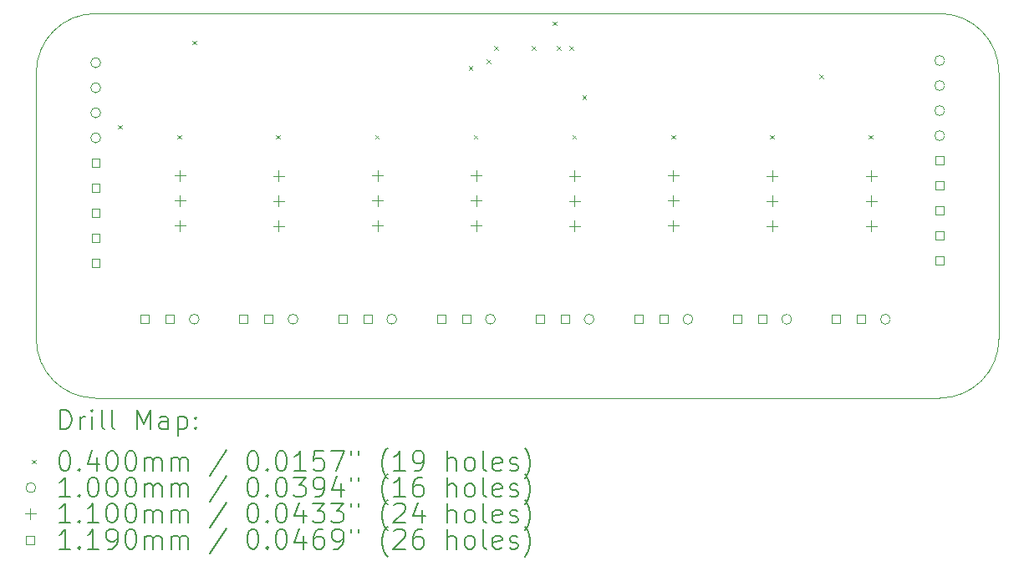
<source format=gbr>
%TF.GenerationSoftware,KiCad,Pcbnew,7.0.1*%
%TF.CreationDate,2023-08-26T14:00:44-05:00*%
%TF.ProjectId,Shift Register Mosfet Array V2,53686966-7420-4526-9567-697374657220,rev?*%
%TF.SameCoordinates,Original*%
%TF.FileFunction,Drillmap*%
%TF.FilePolarity,Positive*%
%FSLAX45Y45*%
G04 Gerber Fmt 4.5, Leading zero omitted, Abs format (unit mm)*
G04 Created by KiCad (PCBNEW 7.0.1) date 2023-08-26 14:00:44*
%MOMM*%
%LPD*%
G01*
G04 APERTURE LIST*
%ADD10C,0.100000*%
%ADD11C,0.200000*%
%ADD12C,0.040000*%
%ADD13C,0.110000*%
%ADD14C,0.119000*%
G04 APERTURE END LIST*
D10*
X15400000Y-12300000D02*
G75*
G03*
X16000000Y-11700000I0J600000D01*
G01*
X6850000Y-8400000D02*
G75*
G03*
X6250000Y-9000000I0J-600000D01*
G01*
X6250000Y-9000000D02*
X6250000Y-11700000D01*
X15400000Y-8400000D02*
X6850000Y-8400000D01*
X6850000Y-12300000D02*
X15400000Y-12300000D01*
X6250000Y-11700000D02*
G75*
G03*
X6850000Y-12300000I600000J0D01*
G01*
X16000000Y-9000000D02*
G75*
G03*
X15400000Y-8400000I-600000J0D01*
G01*
X16000000Y-11700000D02*
X16000000Y-9000000D01*
D11*
D12*
X7080000Y-9530000D02*
X7120000Y-9570000D01*
X7120000Y-9530000D02*
X7080000Y-9570000D01*
X7680000Y-9630000D02*
X7720000Y-9670000D01*
X7720000Y-9630000D02*
X7680000Y-9670000D01*
X7830000Y-8674050D02*
X7870000Y-8714050D01*
X7870000Y-8674050D02*
X7830000Y-8714050D01*
X8680000Y-9630000D02*
X8720000Y-9670000D01*
X8720000Y-9630000D02*
X8680000Y-9670000D01*
X9680000Y-9630000D02*
X9720000Y-9670000D01*
X9720000Y-9630000D02*
X9680000Y-9670000D01*
X10630000Y-8930000D02*
X10670000Y-8970000D01*
X10670000Y-8930000D02*
X10630000Y-8970000D01*
X10680000Y-9630000D02*
X10720000Y-9670000D01*
X10720000Y-9630000D02*
X10680000Y-9670000D01*
X10813858Y-8863858D02*
X10853858Y-8903858D01*
X10853858Y-8863858D02*
X10813858Y-8903858D01*
X10885500Y-8730000D02*
X10925500Y-8770000D01*
X10925500Y-8730000D02*
X10885500Y-8770000D01*
X11266500Y-8730000D02*
X11306500Y-8770000D01*
X11306500Y-8730000D02*
X11266500Y-8770000D01*
X11480000Y-8480000D02*
X11520000Y-8520000D01*
X11520000Y-8480000D02*
X11480000Y-8520000D01*
X11520500Y-8730000D02*
X11560500Y-8770000D01*
X11560500Y-8730000D02*
X11520500Y-8770000D01*
X11647500Y-8730000D02*
X11687500Y-8770000D01*
X11687500Y-8730000D02*
X11647500Y-8770000D01*
X11680000Y-9630000D02*
X11720000Y-9670000D01*
X11720000Y-9630000D02*
X11680000Y-9670000D01*
X11780000Y-9230000D02*
X11820000Y-9270000D01*
X11820000Y-9230000D02*
X11780000Y-9270000D01*
X12680000Y-9630000D02*
X12720000Y-9670000D01*
X12720000Y-9630000D02*
X12680000Y-9670000D01*
X13680000Y-9630000D02*
X13720000Y-9670000D01*
X13720000Y-9630000D02*
X13680000Y-9670000D01*
X14180000Y-9017550D02*
X14220000Y-9057550D01*
X14220000Y-9017550D02*
X14180000Y-9057550D01*
X14680000Y-9630000D02*
X14720000Y-9670000D01*
X14720000Y-9630000D02*
X14680000Y-9670000D01*
D10*
X6902000Y-8899000D02*
G75*
G03*
X6902000Y-8899000I-50000J0D01*
G01*
X6902000Y-9153000D02*
G75*
G03*
X6902000Y-9153000I-50000J0D01*
G01*
X6902000Y-9407000D02*
G75*
G03*
X6902000Y-9407000I-50000J0D01*
G01*
X6902000Y-9661000D02*
G75*
G03*
X6902000Y-9661000I-50000J0D01*
G01*
X7900000Y-11500000D02*
G75*
G03*
X7900000Y-11500000I-50000J0D01*
G01*
X8900000Y-11500000D02*
G75*
G03*
X8900000Y-11500000I-50000J0D01*
G01*
X9900000Y-11500000D02*
G75*
G03*
X9900000Y-11500000I-50000J0D01*
G01*
X10900000Y-11500000D02*
G75*
G03*
X10900000Y-11500000I-50000J0D01*
G01*
X11900000Y-11500000D02*
G75*
G03*
X11900000Y-11500000I-50000J0D01*
G01*
X12900000Y-11500000D02*
G75*
G03*
X12900000Y-11500000I-50000J0D01*
G01*
X13900000Y-11500000D02*
G75*
G03*
X13900000Y-11500000I-50000J0D01*
G01*
X14900000Y-11500000D02*
G75*
G03*
X14900000Y-11500000I-50000J0D01*
G01*
X15450000Y-8876000D02*
G75*
G03*
X15450000Y-8876000I-50000J0D01*
G01*
X15450000Y-9130000D02*
G75*
G03*
X15450000Y-9130000I-50000J0D01*
G01*
X15450000Y-9384000D02*
G75*
G03*
X15450000Y-9384000I-50000J0D01*
G01*
X15450000Y-9638000D02*
G75*
G03*
X15450000Y-9638000I-50000J0D01*
G01*
D13*
X7705500Y-9987000D02*
X7705500Y-10097000D01*
X7650500Y-10042000D02*
X7760500Y-10042000D01*
X7705500Y-10241000D02*
X7705500Y-10351000D01*
X7650500Y-10296000D02*
X7760500Y-10296000D01*
X7705500Y-10495000D02*
X7705500Y-10605000D01*
X7650500Y-10550000D02*
X7760500Y-10550000D01*
X8705500Y-9991000D02*
X8705500Y-10101000D01*
X8650500Y-10046000D02*
X8760500Y-10046000D01*
X8705500Y-10245000D02*
X8705500Y-10355000D01*
X8650500Y-10300000D02*
X8760500Y-10300000D01*
X8705500Y-10499000D02*
X8705500Y-10609000D01*
X8650500Y-10554000D02*
X8760500Y-10554000D01*
X9705500Y-9987000D02*
X9705500Y-10097000D01*
X9650500Y-10042000D02*
X9760500Y-10042000D01*
X9705500Y-10241000D02*
X9705500Y-10351000D01*
X9650500Y-10296000D02*
X9760500Y-10296000D01*
X9705500Y-10495000D02*
X9705500Y-10605000D01*
X9650500Y-10550000D02*
X9760500Y-10550000D01*
X10705500Y-9987000D02*
X10705500Y-10097000D01*
X10650500Y-10042000D02*
X10760500Y-10042000D01*
X10705500Y-10241000D02*
X10705500Y-10351000D01*
X10650500Y-10296000D02*
X10760500Y-10296000D01*
X10705500Y-10495000D02*
X10705500Y-10605000D01*
X10650500Y-10550000D02*
X10760500Y-10550000D01*
X11700000Y-9991000D02*
X11700000Y-10101000D01*
X11645000Y-10046000D02*
X11755000Y-10046000D01*
X11700000Y-10245000D02*
X11700000Y-10355000D01*
X11645000Y-10300000D02*
X11755000Y-10300000D01*
X11700000Y-10499000D02*
X11700000Y-10609000D01*
X11645000Y-10554000D02*
X11755000Y-10554000D01*
X12700000Y-9987000D02*
X12700000Y-10097000D01*
X12645000Y-10042000D02*
X12755000Y-10042000D01*
X12700000Y-10241000D02*
X12700000Y-10351000D01*
X12645000Y-10296000D02*
X12755000Y-10296000D01*
X12700000Y-10495000D02*
X12700000Y-10605000D01*
X12645000Y-10550000D02*
X12755000Y-10550000D01*
X13705500Y-9991000D02*
X13705500Y-10101000D01*
X13650500Y-10046000D02*
X13760500Y-10046000D01*
X13705500Y-10245000D02*
X13705500Y-10355000D01*
X13650500Y-10300000D02*
X13760500Y-10300000D01*
X13705500Y-10499000D02*
X13705500Y-10609000D01*
X13650500Y-10554000D02*
X13760500Y-10554000D01*
X14705500Y-9991000D02*
X14705500Y-10101000D01*
X14650500Y-10046000D02*
X14760500Y-10046000D01*
X14705500Y-10245000D02*
X14705500Y-10355000D01*
X14650500Y-10300000D02*
X14760500Y-10300000D01*
X14705500Y-10499000D02*
X14705500Y-10609000D01*
X14650500Y-10554000D02*
X14760500Y-10554000D01*
D14*
X6894073Y-9957073D02*
X6894073Y-9872927D01*
X6809927Y-9872927D01*
X6809927Y-9957073D01*
X6894073Y-9957073D01*
X6894073Y-10211073D02*
X6894073Y-10126927D01*
X6809927Y-10126927D01*
X6809927Y-10211073D01*
X6894073Y-10211073D01*
X6894073Y-10465073D02*
X6894073Y-10380927D01*
X6809927Y-10380927D01*
X6809927Y-10465073D01*
X6894073Y-10465073D01*
X6894073Y-10719073D02*
X6894073Y-10634927D01*
X6809927Y-10634927D01*
X6809927Y-10719073D01*
X6894073Y-10719073D01*
X6894073Y-10973073D02*
X6894073Y-10888927D01*
X6809927Y-10888927D01*
X6809927Y-10973073D01*
X6894073Y-10973073D01*
X7392073Y-11542073D02*
X7392073Y-11457927D01*
X7307927Y-11457927D01*
X7307927Y-11542073D01*
X7392073Y-11542073D01*
X7646073Y-11542073D02*
X7646073Y-11457927D01*
X7561927Y-11457927D01*
X7561927Y-11542073D01*
X7646073Y-11542073D01*
X8392073Y-11542073D02*
X8392073Y-11457927D01*
X8307927Y-11457927D01*
X8307927Y-11542073D01*
X8392073Y-11542073D01*
X8646073Y-11542073D02*
X8646073Y-11457927D01*
X8561927Y-11457927D01*
X8561927Y-11542073D01*
X8646073Y-11542073D01*
X9392073Y-11542073D02*
X9392073Y-11457927D01*
X9307927Y-11457927D01*
X9307927Y-11542073D01*
X9392073Y-11542073D01*
X9646073Y-11542073D02*
X9646073Y-11457927D01*
X9561927Y-11457927D01*
X9561927Y-11542073D01*
X9646073Y-11542073D01*
X10392073Y-11542073D02*
X10392073Y-11457927D01*
X10307927Y-11457927D01*
X10307927Y-11542073D01*
X10392073Y-11542073D01*
X10646073Y-11542073D02*
X10646073Y-11457927D01*
X10561927Y-11457927D01*
X10561927Y-11542073D01*
X10646073Y-11542073D01*
X11392073Y-11542073D02*
X11392073Y-11457927D01*
X11307927Y-11457927D01*
X11307927Y-11542073D01*
X11392073Y-11542073D01*
X11646073Y-11542073D02*
X11646073Y-11457927D01*
X11561927Y-11457927D01*
X11561927Y-11542073D01*
X11646073Y-11542073D01*
X12392073Y-11542073D02*
X12392073Y-11457927D01*
X12307927Y-11457927D01*
X12307927Y-11542073D01*
X12392073Y-11542073D01*
X12646073Y-11542073D02*
X12646073Y-11457927D01*
X12561927Y-11457927D01*
X12561927Y-11542073D01*
X12646073Y-11542073D01*
X13392073Y-11542073D02*
X13392073Y-11457927D01*
X13307927Y-11457927D01*
X13307927Y-11542073D01*
X13392073Y-11542073D01*
X13646073Y-11542073D02*
X13646073Y-11457927D01*
X13561927Y-11457927D01*
X13561927Y-11542073D01*
X13646073Y-11542073D01*
X14392073Y-11542073D02*
X14392073Y-11457927D01*
X14307927Y-11457927D01*
X14307927Y-11542073D01*
X14392073Y-11542073D01*
X14646073Y-11542073D02*
X14646073Y-11457927D01*
X14561927Y-11457927D01*
X14561927Y-11542073D01*
X14646073Y-11542073D01*
X15442073Y-9934073D02*
X15442073Y-9849927D01*
X15357927Y-9849927D01*
X15357927Y-9934073D01*
X15442073Y-9934073D01*
X15442073Y-10188073D02*
X15442073Y-10103927D01*
X15357927Y-10103927D01*
X15357927Y-10188073D01*
X15442073Y-10188073D01*
X15442073Y-10442073D02*
X15442073Y-10357927D01*
X15357927Y-10357927D01*
X15357927Y-10442073D01*
X15442073Y-10442073D01*
X15442073Y-10696073D02*
X15442073Y-10611927D01*
X15357927Y-10611927D01*
X15357927Y-10696073D01*
X15442073Y-10696073D01*
X15442073Y-10950073D02*
X15442073Y-10865927D01*
X15357927Y-10865927D01*
X15357927Y-10950073D01*
X15442073Y-10950073D01*
D11*
X6492619Y-12617524D02*
X6492619Y-12417524D01*
X6492619Y-12417524D02*
X6540238Y-12417524D01*
X6540238Y-12417524D02*
X6568809Y-12427048D01*
X6568809Y-12427048D02*
X6587857Y-12446095D01*
X6587857Y-12446095D02*
X6597381Y-12465143D01*
X6597381Y-12465143D02*
X6606905Y-12503238D01*
X6606905Y-12503238D02*
X6606905Y-12531809D01*
X6606905Y-12531809D02*
X6597381Y-12569905D01*
X6597381Y-12569905D02*
X6587857Y-12588952D01*
X6587857Y-12588952D02*
X6568809Y-12608000D01*
X6568809Y-12608000D02*
X6540238Y-12617524D01*
X6540238Y-12617524D02*
X6492619Y-12617524D01*
X6692619Y-12617524D02*
X6692619Y-12484190D01*
X6692619Y-12522286D02*
X6702143Y-12503238D01*
X6702143Y-12503238D02*
X6711667Y-12493714D01*
X6711667Y-12493714D02*
X6730714Y-12484190D01*
X6730714Y-12484190D02*
X6749762Y-12484190D01*
X6816428Y-12617524D02*
X6816428Y-12484190D01*
X6816428Y-12417524D02*
X6806905Y-12427048D01*
X6806905Y-12427048D02*
X6816428Y-12436571D01*
X6816428Y-12436571D02*
X6825952Y-12427048D01*
X6825952Y-12427048D02*
X6816428Y-12417524D01*
X6816428Y-12417524D02*
X6816428Y-12436571D01*
X6940238Y-12617524D02*
X6921190Y-12608000D01*
X6921190Y-12608000D02*
X6911667Y-12588952D01*
X6911667Y-12588952D02*
X6911667Y-12417524D01*
X7045000Y-12617524D02*
X7025952Y-12608000D01*
X7025952Y-12608000D02*
X7016428Y-12588952D01*
X7016428Y-12588952D02*
X7016428Y-12417524D01*
X7273571Y-12617524D02*
X7273571Y-12417524D01*
X7273571Y-12417524D02*
X7340238Y-12560381D01*
X7340238Y-12560381D02*
X7406905Y-12417524D01*
X7406905Y-12417524D02*
X7406905Y-12617524D01*
X7587857Y-12617524D02*
X7587857Y-12512762D01*
X7587857Y-12512762D02*
X7578333Y-12493714D01*
X7578333Y-12493714D02*
X7559286Y-12484190D01*
X7559286Y-12484190D02*
X7521190Y-12484190D01*
X7521190Y-12484190D02*
X7502143Y-12493714D01*
X7587857Y-12608000D02*
X7568809Y-12617524D01*
X7568809Y-12617524D02*
X7521190Y-12617524D01*
X7521190Y-12617524D02*
X7502143Y-12608000D01*
X7502143Y-12608000D02*
X7492619Y-12588952D01*
X7492619Y-12588952D02*
X7492619Y-12569905D01*
X7492619Y-12569905D02*
X7502143Y-12550857D01*
X7502143Y-12550857D02*
X7521190Y-12541333D01*
X7521190Y-12541333D02*
X7568809Y-12541333D01*
X7568809Y-12541333D02*
X7587857Y-12531809D01*
X7683095Y-12484190D02*
X7683095Y-12684190D01*
X7683095Y-12493714D02*
X7702143Y-12484190D01*
X7702143Y-12484190D02*
X7740238Y-12484190D01*
X7740238Y-12484190D02*
X7759286Y-12493714D01*
X7759286Y-12493714D02*
X7768809Y-12503238D01*
X7768809Y-12503238D02*
X7778333Y-12522286D01*
X7778333Y-12522286D02*
X7778333Y-12579428D01*
X7778333Y-12579428D02*
X7768809Y-12598476D01*
X7768809Y-12598476D02*
X7759286Y-12608000D01*
X7759286Y-12608000D02*
X7740238Y-12617524D01*
X7740238Y-12617524D02*
X7702143Y-12617524D01*
X7702143Y-12617524D02*
X7683095Y-12608000D01*
X7864048Y-12598476D02*
X7873571Y-12608000D01*
X7873571Y-12608000D02*
X7864048Y-12617524D01*
X7864048Y-12617524D02*
X7854524Y-12608000D01*
X7854524Y-12608000D02*
X7864048Y-12598476D01*
X7864048Y-12598476D02*
X7864048Y-12617524D01*
X7864048Y-12493714D02*
X7873571Y-12503238D01*
X7873571Y-12503238D02*
X7864048Y-12512762D01*
X7864048Y-12512762D02*
X7854524Y-12503238D01*
X7854524Y-12503238D02*
X7864048Y-12493714D01*
X7864048Y-12493714D02*
X7864048Y-12512762D01*
D12*
X6205000Y-12925000D02*
X6245000Y-12965000D01*
X6245000Y-12925000D02*
X6205000Y-12965000D01*
D11*
X6530714Y-12837524D02*
X6549762Y-12837524D01*
X6549762Y-12837524D02*
X6568809Y-12847048D01*
X6568809Y-12847048D02*
X6578333Y-12856571D01*
X6578333Y-12856571D02*
X6587857Y-12875619D01*
X6587857Y-12875619D02*
X6597381Y-12913714D01*
X6597381Y-12913714D02*
X6597381Y-12961333D01*
X6597381Y-12961333D02*
X6587857Y-12999428D01*
X6587857Y-12999428D02*
X6578333Y-13018476D01*
X6578333Y-13018476D02*
X6568809Y-13028000D01*
X6568809Y-13028000D02*
X6549762Y-13037524D01*
X6549762Y-13037524D02*
X6530714Y-13037524D01*
X6530714Y-13037524D02*
X6511667Y-13028000D01*
X6511667Y-13028000D02*
X6502143Y-13018476D01*
X6502143Y-13018476D02*
X6492619Y-12999428D01*
X6492619Y-12999428D02*
X6483095Y-12961333D01*
X6483095Y-12961333D02*
X6483095Y-12913714D01*
X6483095Y-12913714D02*
X6492619Y-12875619D01*
X6492619Y-12875619D02*
X6502143Y-12856571D01*
X6502143Y-12856571D02*
X6511667Y-12847048D01*
X6511667Y-12847048D02*
X6530714Y-12837524D01*
X6683095Y-13018476D02*
X6692619Y-13028000D01*
X6692619Y-13028000D02*
X6683095Y-13037524D01*
X6683095Y-13037524D02*
X6673571Y-13028000D01*
X6673571Y-13028000D02*
X6683095Y-13018476D01*
X6683095Y-13018476D02*
X6683095Y-13037524D01*
X6864048Y-12904190D02*
X6864048Y-13037524D01*
X6816428Y-12828000D02*
X6768809Y-12970857D01*
X6768809Y-12970857D02*
X6892619Y-12970857D01*
X7006905Y-12837524D02*
X7025952Y-12837524D01*
X7025952Y-12837524D02*
X7045000Y-12847048D01*
X7045000Y-12847048D02*
X7054524Y-12856571D01*
X7054524Y-12856571D02*
X7064048Y-12875619D01*
X7064048Y-12875619D02*
X7073571Y-12913714D01*
X7073571Y-12913714D02*
X7073571Y-12961333D01*
X7073571Y-12961333D02*
X7064048Y-12999428D01*
X7064048Y-12999428D02*
X7054524Y-13018476D01*
X7054524Y-13018476D02*
X7045000Y-13028000D01*
X7045000Y-13028000D02*
X7025952Y-13037524D01*
X7025952Y-13037524D02*
X7006905Y-13037524D01*
X7006905Y-13037524D02*
X6987857Y-13028000D01*
X6987857Y-13028000D02*
X6978333Y-13018476D01*
X6978333Y-13018476D02*
X6968809Y-12999428D01*
X6968809Y-12999428D02*
X6959286Y-12961333D01*
X6959286Y-12961333D02*
X6959286Y-12913714D01*
X6959286Y-12913714D02*
X6968809Y-12875619D01*
X6968809Y-12875619D02*
X6978333Y-12856571D01*
X6978333Y-12856571D02*
X6987857Y-12847048D01*
X6987857Y-12847048D02*
X7006905Y-12837524D01*
X7197381Y-12837524D02*
X7216429Y-12837524D01*
X7216429Y-12837524D02*
X7235476Y-12847048D01*
X7235476Y-12847048D02*
X7245000Y-12856571D01*
X7245000Y-12856571D02*
X7254524Y-12875619D01*
X7254524Y-12875619D02*
X7264048Y-12913714D01*
X7264048Y-12913714D02*
X7264048Y-12961333D01*
X7264048Y-12961333D02*
X7254524Y-12999428D01*
X7254524Y-12999428D02*
X7245000Y-13018476D01*
X7245000Y-13018476D02*
X7235476Y-13028000D01*
X7235476Y-13028000D02*
X7216429Y-13037524D01*
X7216429Y-13037524D02*
X7197381Y-13037524D01*
X7197381Y-13037524D02*
X7178333Y-13028000D01*
X7178333Y-13028000D02*
X7168809Y-13018476D01*
X7168809Y-13018476D02*
X7159286Y-12999428D01*
X7159286Y-12999428D02*
X7149762Y-12961333D01*
X7149762Y-12961333D02*
X7149762Y-12913714D01*
X7149762Y-12913714D02*
X7159286Y-12875619D01*
X7159286Y-12875619D02*
X7168809Y-12856571D01*
X7168809Y-12856571D02*
X7178333Y-12847048D01*
X7178333Y-12847048D02*
X7197381Y-12837524D01*
X7349762Y-13037524D02*
X7349762Y-12904190D01*
X7349762Y-12923238D02*
X7359286Y-12913714D01*
X7359286Y-12913714D02*
X7378333Y-12904190D01*
X7378333Y-12904190D02*
X7406905Y-12904190D01*
X7406905Y-12904190D02*
X7425952Y-12913714D01*
X7425952Y-12913714D02*
X7435476Y-12932762D01*
X7435476Y-12932762D02*
X7435476Y-13037524D01*
X7435476Y-12932762D02*
X7445000Y-12913714D01*
X7445000Y-12913714D02*
X7464048Y-12904190D01*
X7464048Y-12904190D02*
X7492619Y-12904190D01*
X7492619Y-12904190D02*
X7511667Y-12913714D01*
X7511667Y-12913714D02*
X7521190Y-12932762D01*
X7521190Y-12932762D02*
X7521190Y-13037524D01*
X7616429Y-13037524D02*
X7616429Y-12904190D01*
X7616429Y-12923238D02*
X7625952Y-12913714D01*
X7625952Y-12913714D02*
X7645000Y-12904190D01*
X7645000Y-12904190D02*
X7673571Y-12904190D01*
X7673571Y-12904190D02*
X7692619Y-12913714D01*
X7692619Y-12913714D02*
X7702143Y-12932762D01*
X7702143Y-12932762D02*
X7702143Y-13037524D01*
X7702143Y-12932762D02*
X7711667Y-12913714D01*
X7711667Y-12913714D02*
X7730714Y-12904190D01*
X7730714Y-12904190D02*
X7759286Y-12904190D01*
X7759286Y-12904190D02*
X7778333Y-12913714D01*
X7778333Y-12913714D02*
X7787857Y-12932762D01*
X7787857Y-12932762D02*
X7787857Y-13037524D01*
X8178333Y-12828000D02*
X8006905Y-13085143D01*
X8435476Y-12837524D02*
X8454524Y-12837524D01*
X8454524Y-12837524D02*
X8473572Y-12847048D01*
X8473572Y-12847048D02*
X8483095Y-12856571D01*
X8483095Y-12856571D02*
X8492619Y-12875619D01*
X8492619Y-12875619D02*
X8502143Y-12913714D01*
X8502143Y-12913714D02*
X8502143Y-12961333D01*
X8502143Y-12961333D02*
X8492619Y-12999428D01*
X8492619Y-12999428D02*
X8483095Y-13018476D01*
X8483095Y-13018476D02*
X8473572Y-13028000D01*
X8473572Y-13028000D02*
X8454524Y-13037524D01*
X8454524Y-13037524D02*
X8435476Y-13037524D01*
X8435476Y-13037524D02*
X8416429Y-13028000D01*
X8416429Y-13028000D02*
X8406905Y-13018476D01*
X8406905Y-13018476D02*
X8397381Y-12999428D01*
X8397381Y-12999428D02*
X8387857Y-12961333D01*
X8387857Y-12961333D02*
X8387857Y-12913714D01*
X8387857Y-12913714D02*
X8397381Y-12875619D01*
X8397381Y-12875619D02*
X8406905Y-12856571D01*
X8406905Y-12856571D02*
X8416429Y-12847048D01*
X8416429Y-12847048D02*
X8435476Y-12837524D01*
X8587857Y-13018476D02*
X8597381Y-13028000D01*
X8597381Y-13028000D02*
X8587857Y-13037524D01*
X8587857Y-13037524D02*
X8578334Y-13028000D01*
X8578334Y-13028000D02*
X8587857Y-13018476D01*
X8587857Y-13018476D02*
X8587857Y-13037524D01*
X8721191Y-12837524D02*
X8740238Y-12837524D01*
X8740238Y-12837524D02*
X8759286Y-12847048D01*
X8759286Y-12847048D02*
X8768810Y-12856571D01*
X8768810Y-12856571D02*
X8778334Y-12875619D01*
X8778334Y-12875619D02*
X8787857Y-12913714D01*
X8787857Y-12913714D02*
X8787857Y-12961333D01*
X8787857Y-12961333D02*
X8778334Y-12999428D01*
X8778334Y-12999428D02*
X8768810Y-13018476D01*
X8768810Y-13018476D02*
X8759286Y-13028000D01*
X8759286Y-13028000D02*
X8740238Y-13037524D01*
X8740238Y-13037524D02*
X8721191Y-13037524D01*
X8721191Y-13037524D02*
X8702143Y-13028000D01*
X8702143Y-13028000D02*
X8692619Y-13018476D01*
X8692619Y-13018476D02*
X8683095Y-12999428D01*
X8683095Y-12999428D02*
X8673572Y-12961333D01*
X8673572Y-12961333D02*
X8673572Y-12913714D01*
X8673572Y-12913714D02*
X8683095Y-12875619D01*
X8683095Y-12875619D02*
X8692619Y-12856571D01*
X8692619Y-12856571D02*
X8702143Y-12847048D01*
X8702143Y-12847048D02*
X8721191Y-12837524D01*
X8978334Y-13037524D02*
X8864048Y-13037524D01*
X8921191Y-13037524D02*
X8921191Y-12837524D01*
X8921191Y-12837524D02*
X8902143Y-12866095D01*
X8902143Y-12866095D02*
X8883095Y-12885143D01*
X8883095Y-12885143D02*
X8864048Y-12894667D01*
X9159286Y-12837524D02*
X9064048Y-12837524D01*
X9064048Y-12837524D02*
X9054524Y-12932762D01*
X9054524Y-12932762D02*
X9064048Y-12923238D01*
X9064048Y-12923238D02*
X9083095Y-12913714D01*
X9083095Y-12913714D02*
X9130715Y-12913714D01*
X9130715Y-12913714D02*
X9149762Y-12923238D01*
X9149762Y-12923238D02*
X9159286Y-12932762D01*
X9159286Y-12932762D02*
X9168810Y-12951809D01*
X9168810Y-12951809D02*
X9168810Y-12999428D01*
X9168810Y-12999428D02*
X9159286Y-13018476D01*
X9159286Y-13018476D02*
X9149762Y-13028000D01*
X9149762Y-13028000D02*
X9130715Y-13037524D01*
X9130715Y-13037524D02*
X9083095Y-13037524D01*
X9083095Y-13037524D02*
X9064048Y-13028000D01*
X9064048Y-13028000D02*
X9054524Y-13018476D01*
X9235476Y-12837524D02*
X9368810Y-12837524D01*
X9368810Y-12837524D02*
X9283095Y-13037524D01*
X9435476Y-12837524D02*
X9435476Y-12875619D01*
X9511667Y-12837524D02*
X9511667Y-12875619D01*
X9806905Y-13113714D02*
X9797381Y-13104190D01*
X9797381Y-13104190D02*
X9778334Y-13075619D01*
X9778334Y-13075619D02*
X9768810Y-13056571D01*
X9768810Y-13056571D02*
X9759286Y-13028000D01*
X9759286Y-13028000D02*
X9749762Y-12980381D01*
X9749762Y-12980381D02*
X9749762Y-12942286D01*
X9749762Y-12942286D02*
X9759286Y-12894667D01*
X9759286Y-12894667D02*
X9768810Y-12866095D01*
X9768810Y-12866095D02*
X9778334Y-12847048D01*
X9778334Y-12847048D02*
X9797381Y-12818476D01*
X9797381Y-12818476D02*
X9806905Y-12808952D01*
X9987857Y-13037524D02*
X9873572Y-13037524D01*
X9930715Y-13037524D02*
X9930715Y-12837524D01*
X9930715Y-12837524D02*
X9911667Y-12866095D01*
X9911667Y-12866095D02*
X9892619Y-12885143D01*
X9892619Y-12885143D02*
X9873572Y-12894667D01*
X10083096Y-13037524D02*
X10121191Y-13037524D01*
X10121191Y-13037524D02*
X10140238Y-13028000D01*
X10140238Y-13028000D02*
X10149762Y-13018476D01*
X10149762Y-13018476D02*
X10168810Y-12989905D01*
X10168810Y-12989905D02*
X10178334Y-12951809D01*
X10178334Y-12951809D02*
X10178334Y-12875619D01*
X10178334Y-12875619D02*
X10168810Y-12856571D01*
X10168810Y-12856571D02*
X10159286Y-12847048D01*
X10159286Y-12847048D02*
X10140238Y-12837524D01*
X10140238Y-12837524D02*
X10102143Y-12837524D01*
X10102143Y-12837524D02*
X10083096Y-12847048D01*
X10083096Y-12847048D02*
X10073572Y-12856571D01*
X10073572Y-12856571D02*
X10064048Y-12875619D01*
X10064048Y-12875619D02*
X10064048Y-12923238D01*
X10064048Y-12923238D02*
X10073572Y-12942286D01*
X10073572Y-12942286D02*
X10083096Y-12951809D01*
X10083096Y-12951809D02*
X10102143Y-12961333D01*
X10102143Y-12961333D02*
X10140238Y-12961333D01*
X10140238Y-12961333D02*
X10159286Y-12951809D01*
X10159286Y-12951809D02*
X10168810Y-12942286D01*
X10168810Y-12942286D02*
X10178334Y-12923238D01*
X10416429Y-13037524D02*
X10416429Y-12837524D01*
X10502143Y-13037524D02*
X10502143Y-12932762D01*
X10502143Y-12932762D02*
X10492619Y-12913714D01*
X10492619Y-12913714D02*
X10473572Y-12904190D01*
X10473572Y-12904190D02*
X10445000Y-12904190D01*
X10445000Y-12904190D02*
X10425953Y-12913714D01*
X10425953Y-12913714D02*
X10416429Y-12923238D01*
X10625953Y-13037524D02*
X10606905Y-13028000D01*
X10606905Y-13028000D02*
X10597381Y-13018476D01*
X10597381Y-13018476D02*
X10587858Y-12999428D01*
X10587858Y-12999428D02*
X10587858Y-12942286D01*
X10587858Y-12942286D02*
X10597381Y-12923238D01*
X10597381Y-12923238D02*
X10606905Y-12913714D01*
X10606905Y-12913714D02*
X10625953Y-12904190D01*
X10625953Y-12904190D02*
X10654524Y-12904190D01*
X10654524Y-12904190D02*
X10673572Y-12913714D01*
X10673572Y-12913714D02*
X10683096Y-12923238D01*
X10683096Y-12923238D02*
X10692619Y-12942286D01*
X10692619Y-12942286D02*
X10692619Y-12999428D01*
X10692619Y-12999428D02*
X10683096Y-13018476D01*
X10683096Y-13018476D02*
X10673572Y-13028000D01*
X10673572Y-13028000D02*
X10654524Y-13037524D01*
X10654524Y-13037524D02*
X10625953Y-13037524D01*
X10806905Y-13037524D02*
X10787858Y-13028000D01*
X10787858Y-13028000D02*
X10778334Y-13008952D01*
X10778334Y-13008952D02*
X10778334Y-12837524D01*
X10959286Y-13028000D02*
X10940239Y-13037524D01*
X10940239Y-13037524D02*
X10902143Y-13037524D01*
X10902143Y-13037524D02*
X10883096Y-13028000D01*
X10883096Y-13028000D02*
X10873572Y-13008952D01*
X10873572Y-13008952D02*
X10873572Y-12932762D01*
X10873572Y-12932762D02*
X10883096Y-12913714D01*
X10883096Y-12913714D02*
X10902143Y-12904190D01*
X10902143Y-12904190D02*
X10940239Y-12904190D01*
X10940239Y-12904190D02*
X10959286Y-12913714D01*
X10959286Y-12913714D02*
X10968810Y-12932762D01*
X10968810Y-12932762D02*
X10968810Y-12951809D01*
X10968810Y-12951809D02*
X10873572Y-12970857D01*
X11045000Y-13028000D02*
X11064048Y-13037524D01*
X11064048Y-13037524D02*
X11102143Y-13037524D01*
X11102143Y-13037524D02*
X11121191Y-13028000D01*
X11121191Y-13028000D02*
X11130715Y-13008952D01*
X11130715Y-13008952D02*
X11130715Y-12999428D01*
X11130715Y-12999428D02*
X11121191Y-12980381D01*
X11121191Y-12980381D02*
X11102143Y-12970857D01*
X11102143Y-12970857D02*
X11073572Y-12970857D01*
X11073572Y-12970857D02*
X11054524Y-12961333D01*
X11054524Y-12961333D02*
X11045000Y-12942286D01*
X11045000Y-12942286D02*
X11045000Y-12932762D01*
X11045000Y-12932762D02*
X11054524Y-12913714D01*
X11054524Y-12913714D02*
X11073572Y-12904190D01*
X11073572Y-12904190D02*
X11102143Y-12904190D01*
X11102143Y-12904190D02*
X11121191Y-12913714D01*
X11197381Y-13113714D02*
X11206905Y-13104190D01*
X11206905Y-13104190D02*
X11225953Y-13075619D01*
X11225953Y-13075619D02*
X11235477Y-13056571D01*
X11235477Y-13056571D02*
X11245000Y-13028000D01*
X11245000Y-13028000D02*
X11254524Y-12980381D01*
X11254524Y-12980381D02*
X11254524Y-12942286D01*
X11254524Y-12942286D02*
X11245000Y-12894667D01*
X11245000Y-12894667D02*
X11235477Y-12866095D01*
X11235477Y-12866095D02*
X11225953Y-12847048D01*
X11225953Y-12847048D02*
X11206905Y-12818476D01*
X11206905Y-12818476D02*
X11197381Y-12808952D01*
D10*
X6245000Y-13209000D02*
G75*
G03*
X6245000Y-13209000I-50000J0D01*
G01*
D11*
X6597381Y-13301524D02*
X6483095Y-13301524D01*
X6540238Y-13301524D02*
X6540238Y-13101524D01*
X6540238Y-13101524D02*
X6521190Y-13130095D01*
X6521190Y-13130095D02*
X6502143Y-13149143D01*
X6502143Y-13149143D02*
X6483095Y-13158667D01*
X6683095Y-13282476D02*
X6692619Y-13292000D01*
X6692619Y-13292000D02*
X6683095Y-13301524D01*
X6683095Y-13301524D02*
X6673571Y-13292000D01*
X6673571Y-13292000D02*
X6683095Y-13282476D01*
X6683095Y-13282476D02*
X6683095Y-13301524D01*
X6816428Y-13101524D02*
X6835476Y-13101524D01*
X6835476Y-13101524D02*
X6854524Y-13111048D01*
X6854524Y-13111048D02*
X6864048Y-13120571D01*
X6864048Y-13120571D02*
X6873571Y-13139619D01*
X6873571Y-13139619D02*
X6883095Y-13177714D01*
X6883095Y-13177714D02*
X6883095Y-13225333D01*
X6883095Y-13225333D02*
X6873571Y-13263428D01*
X6873571Y-13263428D02*
X6864048Y-13282476D01*
X6864048Y-13282476D02*
X6854524Y-13292000D01*
X6854524Y-13292000D02*
X6835476Y-13301524D01*
X6835476Y-13301524D02*
X6816428Y-13301524D01*
X6816428Y-13301524D02*
X6797381Y-13292000D01*
X6797381Y-13292000D02*
X6787857Y-13282476D01*
X6787857Y-13282476D02*
X6778333Y-13263428D01*
X6778333Y-13263428D02*
X6768809Y-13225333D01*
X6768809Y-13225333D02*
X6768809Y-13177714D01*
X6768809Y-13177714D02*
X6778333Y-13139619D01*
X6778333Y-13139619D02*
X6787857Y-13120571D01*
X6787857Y-13120571D02*
X6797381Y-13111048D01*
X6797381Y-13111048D02*
X6816428Y-13101524D01*
X7006905Y-13101524D02*
X7025952Y-13101524D01*
X7025952Y-13101524D02*
X7045000Y-13111048D01*
X7045000Y-13111048D02*
X7054524Y-13120571D01*
X7054524Y-13120571D02*
X7064048Y-13139619D01*
X7064048Y-13139619D02*
X7073571Y-13177714D01*
X7073571Y-13177714D02*
X7073571Y-13225333D01*
X7073571Y-13225333D02*
X7064048Y-13263428D01*
X7064048Y-13263428D02*
X7054524Y-13282476D01*
X7054524Y-13282476D02*
X7045000Y-13292000D01*
X7045000Y-13292000D02*
X7025952Y-13301524D01*
X7025952Y-13301524D02*
X7006905Y-13301524D01*
X7006905Y-13301524D02*
X6987857Y-13292000D01*
X6987857Y-13292000D02*
X6978333Y-13282476D01*
X6978333Y-13282476D02*
X6968809Y-13263428D01*
X6968809Y-13263428D02*
X6959286Y-13225333D01*
X6959286Y-13225333D02*
X6959286Y-13177714D01*
X6959286Y-13177714D02*
X6968809Y-13139619D01*
X6968809Y-13139619D02*
X6978333Y-13120571D01*
X6978333Y-13120571D02*
X6987857Y-13111048D01*
X6987857Y-13111048D02*
X7006905Y-13101524D01*
X7197381Y-13101524D02*
X7216429Y-13101524D01*
X7216429Y-13101524D02*
X7235476Y-13111048D01*
X7235476Y-13111048D02*
X7245000Y-13120571D01*
X7245000Y-13120571D02*
X7254524Y-13139619D01*
X7254524Y-13139619D02*
X7264048Y-13177714D01*
X7264048Y-13177714D02*
X7264048Y-13225333D01*
X7264048Y-13225333D02*
X7254524Y-13263428D01*
X7254524Y-13263428D02*
X7245000Y-13282476D01*
X7245000Y-13282476D02*
X7235476Y-13292000D01*
X7235476Y-13292000D02*
X7216429Y-13301524D01*
X7216429Y-13301524D02*
X7197381Y-13301524D01*
X7197381Y-13301524D02*
X7178333Y-13292000D01*
X7178333Y-13292000D02*
X7168809Y-13282476D01*
X7168809Y-13282476D02*
X7159286Y-13263428D01*
X7159286Y-13263428D02*
X7149762Y-13225333D01*
X7149762Y-13225333D02*
X7149762Y-13177714D01*
X7149762Y-13177714D02*
X7159286Y-13139619D01*
X7159286Y-13139619D02*
X7168809Y-13120571D01*
X7168809Y-13120571D02*
X7178333Y-13111048D01*
X7178333Y-13111048D02*
X7197381Y-13101524D01*
X7349762Y-13301524D02*
X7349762Y-13168190D01*
X7349762Y-13187238D02*
X7359286Y-13177714D01*
X7359286Y-13177714D02*
X7378333Y-13168190D01*
X7378333Y-13168190D02*
X7406905Y-13168190D01*
X7406905Y-13168190D02*
X7425952Y-13177714D01*
X7425952Y-13177714D02*
X7435476Y-13196762D01*
X7435476Y-13196762D02*
X7435476Y-13301524D01*
X7435476Y-13196762D02*
X7445000Y-13177714D01*
X7445000Y-13177714D02*
X7464048Y-13168190D01*
X7464048Y-13168190D02*
X7492619Y-13168190D01*
X7492619Y-13168190D02*
X7511667Y-13177714D01*
X7511667Y-13177714D02*
X7521190Y-13196762D01*
X7521190Y-13196762D02*
X7521190Y-13301524D01*
X7616429Y-13301524D02*
X7616429Y-13168190D01*
X7616429Y-13187238D02*
X7625952Y-13177714D01*
X7625952Y-13177714D02*
X7645000Y-13168190D01*
X7645000Y-13168190D02*
X7673571Y-13168190D01*
X7673571Y-13168190D02*
X7692619Y-13177714D01*
X7692619Y-13177714D02*
X7702143Y-13196762D01*
X7702143Y-13196762D02*
X7702143Y-13301524D01*
X7702143Y-13196762D02*
X7711667Y-13177714D01*
X7711667Y-13177714D02*
X7730714Y-13168190D01*
X7730714Y-13168190D02*
X7759286Y-13168190D01*
X7759286Y-13168190D02*
X7778333Y-13177714D01*
X7778333Y-13177714D02*
X7787857Y-13196762D01*
X7787857Y-13196762D02*
X7787857Y-13301524D01*
X8178333Y-13092000D02*
X8006905Y-13349143D01*
X8435476Y-13101524D02*
X8454524Y-13101524D01*
X8454524Y-13101524D02*
X8473572Y-13111048D01*
X8473572Y-13111048D02*
X8483095Y-13120571D01*
X8483095Y-13120571D02*
X8492619Y-13139619D01*
X8492619Y-13139619D02*
X8502143Y-13177714D01*
X8502143Y-13177714D02*
X8502143Y-13225333D01*
X8502143Y-13225333D02*
X8492619Y-13263428D01*
X8492619Y-13263428D02*
X8483095Y-13282476D01*
X8483095Y-13282476D02*
X8473572Y-13292000D01*
X8473572Y-13292000D02*
X8454524Y-13301524D01*
X8454524Y-13301524D02*
X8435476Y-13301524D01*
X8435476Y-13301524D02*
X8416429Y-13292000D01*
X8416429Y-13292000D02*
X8406905Y-13282476D01*
X8406905Y-13282476D02*
X8397381Y-13263428D01*
X8397381Y-13263428D02*
X8387857Y-13225333D01*
X8387857Y-13225333D02*
X8387857Y-13177714D01*
X8387857Y-13177714D02*
X8397381Y-13139619D01*
X8397381Y-13139619D02*
X8406905Y-13120571D01*
X8406905Y-13120571D02*
X8416429Y-13111048D01*
X8416429Y-13111048D02*
X8435476Y-13101524D01*
X8587857Y-13282476D02*
X8597381Y-13292000D01*
X8597381Y-13292000D02*
X8587857Y-13301524D01*
X8587857Y-13301524D02*
X8578334Y-13292000D01*
X8578334Y-13292000D02*
X8587857Y-13282476D01*
X8587857Y-13282476D02*
X8587857Y-13301524D01*
X8721191Y-13101524D02*
X8740238Y-13101524D01*
X8740238Y-13101524D02*
X8759286Y-13111048D01*
X8759286Y-13111048D02*
X8768810Y-13120571D01*
X8768810Y-13120571D02*
X8778334Y-13139619D01*
X8778334Y-13139619D02*
X8787857Y-13177714D01*
X8787857Y-13177714D02*
X8787857Y-13225333D01*
X8787857Y-13225333D02*
X8778334Y-13263428D01*
X8778334Y-13263428D02*
X8768810Y-13282476D01*
X8768810Y-13282476D02*
X8759286Y-13292000D01*
X8759286Y-13292000D02*
X8740238Y-13301524D01*
X8740238Y-13301524D02*
X8721191Y-13301524D01*
X8721191Y-13301524D02*
X8702143Y-13292000D01*
X8702143Y-13292000D02*
X8692619Y-13282476D01*
X8692619Y-13282476D02*
X8683095Y-13263428D01*
X8683095Y-13263428D02*
X8673572Y-13225333D01*
X8673572Y-13225333D02*
X8673572Y-13177714D01*
X8673572Y-13177714D02*
X8683095Y-13139619D01*
X8683095Y-13139619D02*
X8692619Y-13120571D01*
X8692619Y-13120571D02*
X8702143Y-13111048D01*
X8702143Y-13111048D02*
X8721191Y-13101524D01*
X8854524Y-13101524D02*
X8978334Y-13101524D01*
X8978334Y-13101524D02*
X8911667Y-13177714D01*
X8911667Y-13177714D02*
X8940238Y-13177714D01*
X8940238Y-13177714D02*
X8959286Y-13187238D01*
X8959286Y-13187238D02*
X8968810Y-13196762D01*
X8968810Y-13196762D02*
X8978334Y-13215809D01*
X8978334Y-13215809D02*
X8978334Y-13263428D01*
X8978334Y-13263428D02*
X8968810Y-13282476D01*
X8968810Y-13282476D02*
X8959286Y-13292000D01*
X8959286Y-13292000D02*
X8940238Y-13301524D01*
X8940238Y-13301524D02*
X8883095Y-13301524D01*
X8883095Y-13301524D02*
X8864048Y-13292000D01*
X8864048Y-13292000D02*
X8854524Y-13282476D01*
X9073572Y-13301524D02*
X9111667Y-13301524D01*
X9111667Y-13301524D02*
X9130715Y-13292000D01*
X9130715Y-13292000D02*
X9140238Y-13282476D01*
X9140238Y-13282476D02*
X9159286Y-13253905D01*
X9159286Y-13253905D02*
X9168810Y-13215809D01*
X9168810Y-13215809D02*
X9168810Y-13139619D01*
X9168810Y-13139619D02*
X9159286Y-13120571D01*
X9159286Y-13120571D02*
X9149762Y-13111048D01*
X9149762Y-13111048D02*
X9130715Y-13101524D01*
X9130715Y-13101524D02*
X9092619Y-13101524D01*
X9092619Y-13101524D02*
X9073572Y-13111048D01*
X9073572Y-13111048D02*
X9064048Y-13120571D01*
X9064048Y-13120571D02*
X9054524Y-13139619D01*
X9054524Y-13139619D02*
X9054524Y-13187238D01*
X9054524Y-13187238D02*
X9064048Y-13206286D01*
X9064048Y-13206286D02*
X9073572Y-13215809D01*
X9073572Y-13215809D02*
X9092619Y-13225333D01*
X9092619Y-13225333D02*
X9130715Y-13225333D01*
X9130715Y-13225333D02*
X9149762Y-13215809D01*
X9149762Y-13215809D02*
X9159286Y-13206286D01*
X9159286Y-13206286D02*
X9168810Y-13187238D01*
X9340238Y-13168190D02*
X9340238Y-13301524D01*
X9292619Y-13092000D02*
X9245000Y-13234857D01*
X9245000Y-13234857D02*
X9368810Y-13234857D01*
X9435476Y-13101524D02*
X9435476Y-13139619D01*
X9511667Y-13101524D02*
X9511667Y-13139619D01*
X9806905Y-13377714D02*
X9797381Y-13368190D01*
X9797381Y-13368190D02*
X9778334Y-13339619D01*
X9778334Y-13339619D02*
X9768810Y-13320571D01*
X9768810Y-13320571D02*
X9759286Y-13292000D01*
X9759286Y-13292000D02*
X9749762Y-13244381D01*
X9749762Y-13244381D02*
X9749762Y-13206286D01*
X9749762Y-13206286D02*
X9759286Y-13158667D01*
X9759286Y-13158667D02*
X9768810Y-13130095D01*
X9768810Y-13130095D02*
X9778334Y-13111048D01*
X9778334Y-13111048D02*
X9797381Y-13082476D01*
X9797381Y-13082476D02*
X9806905Y-13072952D01*
X9987857Y-13301524D02*
X9873572Y-13301524D01*
X9930715Y-13301524D02*
X9930715Y-13101524D01*
X9930715Y-13101524D02*
X9911667Y-13130095D01*
X9911667Y-13130095D02*
X9892619Y-13149143D01*
X9892619Y-13149143D02*
X9873572Y-13158667D01*
X10159286Y-13101524D02*
X10121191Y-13101524D01*
X10121191Y-13101524D02*
X10102143Y-13111048D01*
X10102143Y-13111048D02*
X10092619Y-13120571D01*
X10092619Y-13120571D02*
X10073572Y-13149143D01*
X10073572Y-13149143D02*
X10064048Y-13187238D01*
X10064048Y-13187238D02*
X10064048Y-13263428D01*
X10064048Y-13263428D02*
X10073572Y-13282476D01*
X10073572Y-13282476D02*
X10083096Y-13292000D01*
X10083096Y-13292000D02*
X10102143Y-13301524D01*
X10102143Y-13301524D02*
X10140238Y-13301524D01*
X10140238Y-13301524D02*
X10159286Y-13292000D01*
X10159286Y-13292000D02*
X10168810Y-13282476D01*
X10168810Y-13282476D02*
X10178334Y-13263428D01*
X10178334Y-13263428D02*
X10178334Y-13215809D01*
X10178334Y-13215809D02*
X10168810Y-13196762D01*
X10168810Y-13196762D02*
X10159286Y-13187238D01*
X10159286Y-13187238D02*
X10140238Y-13177714D01*
X10140238Y-13177714D02*
X10102143Y-13177714D01*
X10102143Y-13177714D02*
X10083096Y-13187238D01*
X10083096Y-13187238D02*
X10073572Y-13196762D01*
X10073572Y-13196762D02*
X10064048Y-13215809D01*
X10416429Y-13301524D02*
X10416429Y-13101524D01*
X10502143Y-13301524D02*
X10502143Y-13196762D01*
X10502143Y-13196762D02*
X10492619Y-13177714D01*
X10492619Y-13177714D02*
X10473572Y-13168190D01*
X10473572Y-13168190D02*
X10445000Y-13168190D01*
X10445000Y-13168190D02*
X10425953Y-13177714D01*
X10425953Y-13177714D02*
X10416429Y-13187238D01*
X10625953Y-13301524D02*
X10606905Y-13292000D01*
X10606905Y-13292000D02*
X10597381Y-13282476D01*
X10597381Y-13282476D02*
X10587858Y-13263428D01*
X10587858Y-13263428D02*
X10587858Y-13206286D01*
X10587858Y-13206286D02*
X10597381Y-13187238D01*
X10597381Y-13187238D02*
X10606905Y-13177714D01*
X10606905Y-13177714D02*
X10625953Y-13168190D01*
X10625953Y-13168190D02*
X10654524Y-13168190D01*
X10654524Y-13168190D02*
X10673572Y-13177714D01*
X10673572Y-13177714D02*
X10683096Y-13187238D01*
X10683096Y-13187238D02*
X10692619Y-13206286D01*
X10692619Y-13206286D02*
X10692619Y-13263428D01*
X10692619Y-13263428D02*
X10683096Y-13282476D01*
X10683096Y-13282476D02*
X10673572Y-13292000D01*
X10673572Y-13292000D02*
X10654524Y-13301524D01*
X10654524Y-13301524D02*
X10625953Y-13301524D01*
X10806905Y-13301524D02*
X10787858Y-13292000D01*
X10787858Y-13292000D02*
X10778334Y-13272952D01*
X10778334Y-13272952D02*
X10778334Y-13101524D01*
X10959286Y-13292000D02*
X10940239Y-13301524D01*
X10940239Y-13301524D02*
X10902143Y-13301524D01*
X10902143Y-13301524D02*
X10883096Y-13292000D01*
X10883096Y-13292000D02*
X10873572Y-13272952D01*
X10873572Y-13272952D02*
X10873572Y-13196762D01*
X10873572Y-13196762D02*
X10883096Y-13177714D01*
X10883096Y-13177714D02*
X10902143Y-13168190D01*
X10902143Y-13168190D02*
X10940239Y-13168190D01*
X10940239Y-13168190D02*
X10959286Y-13177714D01*
X10959286Y-13177714D02*
X10968810Y-13196762D01*
X10968810Y-13196762D02*
X10968810Y-13215809D01*
X10968810Y-13215809D02*
X10873572Y-13234857D01*
X11045000Y-13292000D02*
X11064048Y-13301524D01*
X11064048Y-13301524D02*
X11102143Y-13301524D01*
X11102143Y-13301524D02*
X11121191Y-13292000D01*
X11121191Y-13292000D02*
X11130715Y-13272952D01*
X11130715Y-13272952D02*
X11130715Y-13263428D01*
X11130715Y-13263428D02*
X11121191Y-13244381D01*
X11121191Y-13244381D02*
X11102143Y-13234857D01*
X11102143Y-13234857D02*
X11073572Y-13234857D01*
X11073572Y-13234857D02*
X11054524Y-13225333D01*
X11054524Y-13225333D02*
X11045000Y-13206286D01*
X11045000Y-13206286D02*
X11045000Y-13196762D01*
X11045000Y-13196762D02*
X11054524Y-13177714D01*
X11054524Y-13177714D02*
X11073572Y-13168190D01*
X11073572Y-13168190D02*
X11102143Y-13168190D01*
X11102143Y-13168190D02*
X11121191Y-13177714D01*
X11197381Y-13377714D02*
X11206905Y-13368190D01*
X11206905Y-13368190D02*
X11225953Y-13339619D01*
X11225953Y-13339619D02*
X11235477Y-13320571D01*
X11235477Y-13320571D02*
X11245000Y-13292000D01*
X11245000Y-13292000D02*
X11254524Y-13244381D01*
X11254524Y-13244381D02*
X11254524Y-13206286D01*
X11254524Y-13206286D02*
X11245000Y-13158667D01*
X11245000Y-13158667D02*
X11235477Y-13130095D01*
X11235477Y-13130095D02*
X11225953Y-13111048D01*
X11225953Y-13111048D02*
X11206905Y-13082476D01*
X11206905Y-13082476D02*
X11197381Y-13072952D01*
D13*
X6190000Y-13418000D02*
X6190000Y-13528000D01*
X6135000Y-13473000D02*
X6245000Y-13473000D01*
D11*
X6597381Y-13565524D02*
X6483095Y-13565524D01*
X6540238Y-13565524D02*
X6540238Y-13365524D01*
X6540238Y-13365524D02*
X6521190Y-13394095D01*
X6521190Y-13394095D02*
X6502143Y-13413143D01*
X6502143Y-13413143D02*
X6483095Y-13422667D01*
X6683095Y-13546476D02*
X6692619Y-13556000D01*
X6692619Y-13556000D02*
X6683095Y-13565524D01*
X6683095Y-13565524D02*
X6673571Y-13556000D01*
X6673571Y-13556000D02*
X6683095Y-13546476D01*
X6683095Y-13546476D02*
X6683095Y-13565524D01*
X6883095Y-13565524D02*
X6768809Y-13565524D01*
X6825952Y-13565524D02*
X6825952Y-13365524D01*
X6825952Y-13365524D02*
X6806905Y-13394095D01*
X6806905Y-13394095D02*
X6787857Y-13413143D01*
X6787857Y-13413143D02*
X6768809Y-13422667D01*
X7006905Y-13365524D02*
X7025952Y-13365524D01*
X7025952Y-13365524D02*
X7045000Y-13375048D01*
X7045000Y-13375048D02*
X7054524Y-13384571D01*
X7054524Y-13384571D02*
X7064048Y-13403619D01*
X7064048Y-13403619D02*
X7073571Y-13441714D01*
X7073571Y-13441714D02*
X7073571Y-13489333D01*
X7073571Y-13489333D02*
X7064048Y-13527428D01*
X7064048Y-13527428D02*
X7054524Y-13546476D01*
X7054524Y-13546476D02*
X7045000Y-13556000D01*
X7045000Y-13556000D02*
X7025952Y-13565524D01*
X7025952Y-13565524D02*
X7006905Y-13565524D01*
X7006905Y-13565524D02*
X6987857Y-13556000D01*
X6987857Y-13556000D02*
X6978333Y-13546476D01*
X6978333Y-13546476D02*
X6968809Y-13527428D01*
X6968809Y-13527428D02*
X6959286Y-13489333D01*
X6959286Y-13489333D02*
X6959286Y-13441714D01*
X6959286Y-13441714D02*
X6968809Y-13403619D01*
X6968809Y-13403619D02*
X6978333Y-13384571D01*
X6978333Y-13384571D02*
X6987857Y-13375048D01*
X6987857Y-13375048D02*
X7006905Y-13365524D01*
X7197381Y-13365524D02*
X7216429Y-13365524D01*
X7216429Y-13365524D02*
X7235476Y-13375048D01*
X7235476Y-13375048D02*
X7245000Y-13384571D01*
X7245000Y-13384571D02*
X7254524Y-13403619D01*
X7254524Y-13403619D02*
X7264048Y-13441714D01*
X7264048Y-13441714D02*
X7264048Y-13489333D01*
X7264048Y-13489333D02*
X7254524Y-13527428D01*
X7254524Y-13527428D02*
X7245000Y-13546476D01*
X7245000Y-13546476D02*
X7235476Y-13556000D01*
X7235476Y-13556000D02*
X7216429Y-13565524D01*
X7216429Y-13565524D02*
X7197381Y-13565524D01*
X7197381Y-13565524D02*
X7178333Y-13556000D01*
X7178333Y-13556000D02*
X7168809Y-13546476D01*
X7168809Y-13546476D02*
X7159286Y-13527428D01*
X7159286Y-13527428D02*
X7149762Y-13489333D01*
X7149762Y-13489333D02*
X7149762Y-13441714D01*
X7149762Y-13441714D02*
X7159286Y-13403619D01*
X7159286Y-13403619D02*
X7168809Y-13384571D01*
X7168809Y-13384571D02*
X7178333Y-13375048D01*
X7178333Y-13375048D02*
X7197381Y-13365524D01*
X7349762Y-13565524D02*
X7349762Y-13432190D01*
X7349762Y-13451238D02*
X7359286Y-13441714D01*
X7359286Y-13441714D02*
X7378333Y-13432190D01*
X7378333Y-13432190D02*
X7406905Y-13432190D01*
X7406905Y-13432190D02*
X7425952Y-13441714D01*
X7425952Y-13441714D02*
X7435476Y-13460762D01*
X7435476Y-13460762D02*
X7435476Y-13565524D01*
X7435476Y-13460762D02*
X7445000Y-13441714D01*
X7445000Y-13441714D02*
X7464048Y-13432190D01*
X7464048Y-13432190D02*
X7492619Y-13432190D01*
X7492619Y-13432190D02*
X7511667Y-13441714D01*
X7511667Y-13441714D02*
X7521190Y-13460762D01*
X7521190Y-13460762D02*
X7521190Y-13565524D01*
X7616429Y-13565524D02*
X7616429Y-13432190D01*
X7616429Y-13451238D02*
X7625952Y-13441714D01*
X7625952Y-13441714D02*
X7645000Y-13432190D01*
X7645000Y-13432190D02*
X7673571Y-13432190D01*
X7673571Y-13432190D02*
X7692619Y-13441714D01*
X7692619Y-13441714D02*
X7702143Y-13460762D01*
X7702143Y-13460762D02*
X7702143Y-13565524D01*
X7702143Y-13460762D02*
X7711667Y-13441714D01*
X7711667Y-13441714D02*
X7730714Y-13432190D01*
X7730714Y-13432190D02*
X7759286Y-13432190D01*
X7759286Y-13432190D02*
X7778333Y-13441714D01*
X7778333Y-13441714D02*
X7787857Y-13460762D01*
X7787857Y-13460762D02*
X7787857Y-13565524D01*
X8178333Y-13356000D02*
X8006905Y-13613143D01*
X8435476Y-13365524D02*
X8454524Y-13365524D01*
X8454524Y-13365524D02*
X8473572Y-13375048D01*
X8473572Y-13375048D02*
X8483095Y-13384571D01*
X8483095Y-13384571D02*
X8492619Y-13403619D01*
X8492619Y-13403619D02*
X8502143Y-13441714D01*
X8502143Y-13441714D02*
X8502143Y-13489333D01*
X8502143Y-13489333D02*
X8492619Y-13527428D01*
X8492619Y-13527428D02*
X8483095Y-13546476D01*
X8483095Y-13546476D02*
X8473572Y-13556000D01*
X8473572Y-13556000D02*
X8454524Y-13565524D01*
X8454524Y-13565524D02*
X8435476Y-13565524D01*
X8435476Y-13565524D02*
X8416429Y-13556000D01*
X8416429Y-13556000D02*
X8406905Y-13546476D01*
X8406905Y-13546476D02*
X8397381Y-13527428D01*
X8397381Y-13527428D02*
X8387857Y-13489333D01*
X8387857Y-13489333D02*
X8387857Y-13441714D01*
X8387857Y-13441714D02*
X8397381Y-13403619D01*
X8397381Y-13403619D02*
X8406905Y-13384571D01*
X8406905Y-13384571D02*
X8416429Y-13375048D01*
X8416429Y-13375048D02*
X8435476Y-13365524D01*
X8587857Y-13546476D02*
X8597381Y-13556000D01*
X8597381Y-13556000D02*
X8587857Y-13565524D01*
X8587857Y-13565524D02*
X8578334Y-13556000D01*
X8578334Y-13556000D02*
X8587857Y-13546476D01*
X8587857Y-13546476D02*
X8587857Y-13565524D01*
X8721191Y-13365524D02*
X8740238Y-13365524D01*
X8740238Y-13365524D02*
X8759286Y-13375048D01*
X8759286Y-13375048D02*
X8768810Y-13384571D01*
X8768810Y-13384571D02*
X8778334Y-13403619D01*
X8778334Y-13403619D02*
X8787857Y-13441714D01*
X8787857Y-13441714D02*
X8787857Y-13489333D01*
X8787857Y-13489333D02*
X8778334Y-13527428D01*
X8778334Y-13527428D02*
X8768810Y-13546476D01*
X8768810Y-13546476D02*
X8759286Y-13556000D01*
X8759286Y-13556000D02*
X8740238Y-13565524D01*
X8740238Y-13565524D02*
X8721191Y-13565524D01*
X8721191Y-13565524D02*
X8702143Y-13556000D01*
X8702143Y-13556000D02*
X8692619Y-13546476D01*
X8692619Y-13546476D02*
X8683095Y-13527428D01*
X8683095Y-13527428D02*
X8673572Y-13489333D01*
X8673572Y-13489333D02*
X8673572Y-13441714D01*
X8673572Y-13441714D02*
X8683095Y-13403619D01*
X8683095Y-13403619D02*
X8692619Y-13384571D01*
X8692619Y-13384571D02*
X8702143Y-13375048D01*
X8702143Y-13375048D02*
X8721191Y-13365524D01*
X8959286Y-13432190D02*
X8959286Y-13565524D01*
X8911667Y-13356000D02*
X8864048Y-13498857D01*
X8864048Y-13498857D02*
X8987857Y-13498857D01*
X9045000Y-13365524D02*
X9168810Y-13365524D01*
X9168810Y-13365524D02*
X9102143Y-13441714D01*
X9102143Y-13441714D02*
X9130715Y-13441714D01*
X9130715Y-13441714D02*
X9149762Y-13451238D01*
X9149762Y-13451238D02*
X9159286Y-13460762D01*
X9159286Y-13460762D02*
X9168810Y-13479809D01*
X9168810Y-13479809D02*
X9168810Y-13527428D01*
X9168810Y-13527428D02*
X9159286Y-13546476D01*
X9159286Y-13546476D02*
X9149762Y-13556000D01*
X9149762Y-13556000D02*
X9130715Y-13565524D01*
X9130715Y-13565524D02*
X9073572Y-13565524D01*
X9073572Y-13565524D02*
X9054524Y-13556000D01*
X9054524Y-13556000D02*
X9045000Y-13546476D01*
X9235476Y-13365524D02*
X9359286Y-13365524D01*
X9359286Y-13365524D02*
X9292619Y-13441714D01*
X9292619Y-13441714D02*
X9321191Y-13441714D01*
X9321191Y-13441714D02*
X9340238Y-13451238D01*
X9340238Y-13451238D02*
X9349762Y-13460762D01*
X9349762Y-13460762D02*
X9359286Y-13479809D01*
X9359286Y-13479809D02*
X9359286Y-13527428D01*
X9359286Y-13527428D02*
X9349762Y-13546476D01*
X9349762Y-13546476D02*
X9340238Y-13556000D01*
X9340238Y-13556000D02*
X9321191Y-13565524D01*
X9321191Y-13565524D02*
X9264048Y-13565524D01*
X9264048Y-13565524D02*
X9245000Y-13556000D01*
X9245000Y-13556000D02*
X9235476Y-13546476D01*
X9435476Y-13365524D02*
X9435476Y-13403619D01*
X9511667Y-13365524D02*
X9511667Y-13403619D01*
X9806905Y-13641714D02*
X9797381Y-13632190D01*
X9797381Y-13632190D02*
X9778334Y-13603619D01*
X9778334Y-13603619D02*
X9768810Y-13584571D01*
X9768810Y-13584571D02*
X9759286Y-13556000D01*
X9759286Y-13556000D02*
X9749762Y-13508381D01*
X9749762Y-13508381D02*
X9749762Y-13470286D01*
X9749762Y-13470286D02*
X9759286Y-13422667D01*
X9759286Y-13422667D02*
X9768810Y-13394095D01*
X9768810Y-13394095D02*
X9778334Y-13375048D01*
X9778334Y-13375048D02*
X9797381Y-13346476D01*
X9797381Y-13346476D02*
X9806905Y-13336952D01*
X9873572Y-13384571D02*
X9883096Y-13375048D01*
X9883096Y-13375048D02*
X9902143Y-13365524D01*
X9902143Y-13365524D02*
X9949762Y-13365524D01*
X9949762Y-13365524D02*
X9968810Y-13375048D01*
X9968810Y-13375048D02*
X9978334Y-13384571D01*
X9978334Y-13384571D02*
X9987857Y-13403619D01*
X9987857Y-13403619D02*
X9987857Y-13422667D01*
X9987857Y-13422667D02*
X9978334Y-13451238D01*
X9978334Y-13451238D02*
X9864048Y-13565524D01*
X9864048Y-13565524D02*
X9987857Y-13565524D01*
X10159286Y-13432190D02*
X10159286Y-13565524D01*
X10111667Y-13356000D02*
X10064048Y-13498857D01*
X10064048Y-13498857D02*
X10187857Y-13498857D01*
X10416429Y-13565524D02*
X10416429Y-13365524D01*
X10502143Y-13565524D02*
X10502143Y-13460762D01*
X10502143Y-13460762D02*
X10492619Y-13441714D01*
X10492619Y-13441714D02*
X10473572Y-13432190D01*
X10473572Y-13432190D02*
X10445000Y-13432190D01*
X10445000Y-13432190D02*
X10425953Y-13441714D01*
X10425953Y-13441714D02*
X10416429Y-13451238D01*
X10625953Y-13565524D02*
X10606905Y-13556000D01*
X10606905Y-13556000D02*
X10597381Y-13546476D01*
X10597381Y-13546476D02*
X10587858Y-13527428D01*
X10587858Y-13527428D02*
X10587858Y-13470286D01*
X10587858Y-13470286D02*
X10597381Y-13451238D01*
X10597381Y-13451238D02*
X10606905Y-13441714D01*
X10606905Y-13441714D02*
X10625953Y-13432190D01*
X10625953Y-13432190D02*
X10654524Y-13432190D01*
X10654524Y-13432190D02*
X10673572Y-13441714D01*
X10673572Y-13441714D02*
X10683096Y-13451238D01*
X10683096Y-13451238D02*
X10692619Y-13470286D01*
X10692619Y-13470286D02*
X10692619Y-13527428D01*
X10692619Y-13527428D02*
X10683096Y-13546476D01*
X10683096Y-13546476D02*
X10673572Y-13556000D01*
X10673572Y-13556000D02*
X10654524Y-13565524D01*
X10654524Y-13565524D02*
X10625953Y-13565524D01*
X10806905Y-13565524D02*
X10787858Y-13556000D01*
X10787858Y-13556000D02*
X10778334Y-13536952D01*
X10778334Y-13536952D02*
X10778334Y-13365524D01*
X10959286Y-13556000D02*
X10940239Y-13565524D01*
X10940239Y-13565524D02*
X10902143Y-13565524D01*
X10902143Y-13565524D02*
X10883096Y-13556000D01*
X10883096Y-13556000D02*
X10873572Y-13536952D01*
X10873572Y-13536952D02*
X10873572Y-13460762D01*
X10873572Y-13460762D02*
X10883096Y-13441714D01*
X10883096Y-13441714D02*
X10902143Y-13432190D01*
X10902143Y-13432190D02*
X10940239Y-13432190D01*
X10940239Y-13432190D02*
X10959286Y-13441714D01*
X10959286Y-13441714D02*
X10968810Y-13460762D01*
X10968810Y-13460762D02*
X10968810Y-13479809D01*
X10968810Y-13479809D02*
X10873572Y-13498857D01*
X11045000Y-13556000D02*
X11064048Y-13565524D01*
X11064048Y-13565524D02*
X11102143Y-13565524D01*
X11102143Y-13565524D02*
X11121191Y-13556000D01*
X11121191Y-13556000D02*
X11130715Y-13536952D01*
X11130715Y-13536952D02*
X11130715Y-13527428D01*
X11130715Y-13527428D02*
X11121191Y-13508381D01*
X11121191Y-13508381D02*
X11102143Y-13498857D01*
X11102143Y-13498857D02*
X11073572Y-13498857D01*
X11073572Y-13498857D02*
X11054524Y-13489333D01*
X11054524Y-13489333D02*
X11045000Y-13470286D01*
X11045000Y-13470286D02*
X11045000Y-13460762D01*
X11045000Y-13460762D02*
X11054524Y-13441714D01*
X11054524Y-13441714D02*
X11073572Y-13432190D01*
X11073572Y-13432190D02*
X11102143Y-13432190D01*
X11102143Y-13432190D02*
X11121191Y-13441714D01*
X11197381Y-13641714D02*
X11206905Y-13632190D01*
X11206905Y-13632190D02*
X11225953Y-13603619D01*
X11225953Y-13603619D02*
X11235477Y-13584571D01*
X11235477Y-13584571D02*
X11245000Y-13556000D01*
X11245000Y-13556000D02*
X11254524Y-13508381D01*
X11254524Y-13508381D02*
X11254524Y-13470286D01*
X11254524Y-13470286D02*
X11245000Y-13422667D01*
X11245000Y-13422667D02*
X11235477Y-13394095D01*
X11235477Y-13394095D02*
X11225953Y-13375048D01*
X11225953Y-13375048D02*
X11206905Y-13346476D01*
X11206905Y-13346476D02*
X11197381Y-13336952D01*
D14*
X6227573Y-13779073D02*
X6227573Y-13694927D01*
X6143427Y-13694927D01*
X6143427Y-13779073D01*
X6227573Y-13779073D01*
D11*
X6597381Y-13829524D02*
X6483095Y-13829524D01*
X6540238Y-13829524D02*
X6540238Y-13629524D01*
X6540238Y-13629524D02*
X6521190Y-13658095D01*
X6521190Y-13658095D02*
X6502143Y-13677143D01*
X6502143Y-13677143D02*
X6483095Y-13686667D01*
X6683095Y-13810476D02*
X6692619Y-13820000D01*
X6692619Y-13820000D02*
X6683095Y-13829524D01*
X6683095Y-13829524D02*
X6673571Y-13820000D01*
X6673571Y-13820000D02*
X6683095Y-13810476D01*
X6683095Y-13810476D02*
X6683095Y-13829524D01*
X6883095Y-13829524D02*
X6768809Y-13829524D01*
X6825952Y-13829524D02*
X6825952Y-13629524D01*
X6825952Y-13629524D02*
X6806905Y-13658095D01*
X6806905Y-13658095D02*
X6787857Y-13677143D01*
X6787857Y-13677143D02*
X6768809Y-13686667D01*
X6978333Y-13829524D02*
X7016428Y-13829524D01*
X7016428Y-13829524D02*
X7035476Y-13820000D01*
X7035476Y-13820000D02*
X7045000Y-13810476D01*
X7045000Y-13810476D02*
X7064048Y-13781905D01*
X7064048Y-13781905D02*
X7073571Y-13743809D01*
X7073571Y-13743809D02*
X7073571Y-13667619D01*
X7073571Y-13667619D02*
X7064048Y-13648571D01*
X7064048Y-13648571D02*
X7054524Y-13639048D01*
X7054524Y-13639048D02*
X7035476Y-13629524D01*
X7035476Y-13629524D02*
X6997381Y-13629524D01*
X6997381Y-13629524D02*
X6978333Y-13639048D01*
X6978333Y-13639048D02*
X6968809Y-13648571D01*
X6968809Y-13648571D02*
X6959286Y-13667619D01*
X6959286Y-13667619D02*
X6959286Y-13715238D01*
X6959286Y-13715238D02*
X6968809Y-13734286D01*
X6968809Y-13734286D02*
X6978333Y-13743809D01*
X6978333Y-13743809D02*
X6997381Y-13753333D01*
X6997381Y-13753333D02*
X7035476Y-13753333D01*
X7035476Y-13753333D02*
X7054524Y-13743809D01*
X7054524Y-13743809D02*
X7064048Y-13734286D01*
X7064048Y-13734286D02*
X7073571Y-13715238D01*
X7197381Y-13629524D02*
X7216429Y-13629524D01*
X7216429Y-13629524D02*
X7235476Y-13639048D01*
X7235476Y-13639048D02*
X7245000Y-13648571D01*
X7245000Y-13648571D02*
X7254524Y-13667619D01*
X7254524Y-13667619D02*
X7264048Y-13705714D01*
X7264048Y-13705714D02*
X7264048Y-13753333D01*
X7264048Y-13753333D02*
X7254524Y-13791428D01*
X7254524Y-13791428D02*
X7245000Y-13810476D01*
X7245000Y-13810476D02*
X7235476Y-13820000D01*
X7235476Y-13820000D02*
X7216429Y-13829524D01*
X7216429Y-13829524D02*
X7197381Y-13829524D01*
X7197381Y-13829524D02*
X7178333Y-13820000D01*
X7178333Y-13820000D02*
X7168809Y-13810476D01*
X7168809Y-13810476D02*
X7159286Y-13791428D01*
X7159286Y-13791428D02*
X7149762Y-13753333D01*
X7149762Y-13753333D02*
X7149762Y-13705714D01*
X7149762Y-13705714D02*
X7159286Y-13667619D01*
X7159286Y-13667619D02*
X7168809Y-13648571D01*
X7168809Y-13648571D02*
X7178333Y-13639048D01*
X7178333Y-13639048D02*
X7197381Y-13629524D01*
X7349762Y-13829524D02*
X7349762Y-13696190D01*
X7349762Y-13715238D02*
X7359286Y-13705714D01*
X7359286Y-13705714D02*
X7378333Y-13696190D01*
X7378333Y-13696190D02*
X7406905Y-13696190D01*
X7406905Y-13696190D02*
X7425952Y-13705714D01*
X7425952Y-13705714D02*
X7435476Y-13724762D01*
X7435476Y-13724762D02*
X7435476Y-13829524D01*
X7435476Y-13724762D02*
X7445000Y-13705714D01*
X7445000Y-13705714D02*
X7464048Y-13696190D01*
X7464048Y-13696190D02*
X7492619Y-13696190D01*
X7492619Y-13696190D02*
X7511667Y-13705714D01*
X7511667Y-13705714D02*
X7521190Y-13724762D01*
X7521190Y-13724762D02*
X7521190Y-13829524D01*
X7616429Y-13829524D02*
X7616429Y-13696190D01*
X7616429Y-13715238D02*
X7625952Y-13705714D01*
X7625952Y-13705714D02*
X7645000Y-13696190D01*
X7645000Y-13696190D02*
X7673571Y-13696190D01*
X7673571Y-13696190D02*
X7692619Y-13705714D01*
X7692619Y-13705714D02*
X7702143Y-13724762D01*
X7702143Y-13724762D02*
X7702143Y-13829524D01*
X7702143Y-13724762D02*
X7711667Y-13705714D01*
X7711667Y-13705714D02*
X7730714Y-13696190D01*
X7730714Y-13696190D02*
X7759286Y-13696190D01*
X7759286Y-13696190D02*
X7778333Y-13705714D01*
X7778333Y-13705714D02*
X7787857Y-13724762D01*
X7787857Y-13724762D02*
X7787857Y-13829524D01*
X8178333Y-13620000D02*
X8006905Y-13877143D01*
X8435476Y-13629524D02*
X8454524Y-13629524D01*
X8454524Y-13629524D02*
X8473572Y-13639048D01*
X8473572Y-13639048D02*
X8483095Y-13648571D01*
X8483095Y-13648571D02*
X8492619Y-13667619D01*
X8492619Y-13667619D02*
X8502143Y-13705714D01*
X8502143Y-13705714D02*
X8502143Y-13753333D01*
X8502143Y-13753333D02*
X8492619Y-13791428D01*
X8492619Y-13791428D02*
X8483095Y-13810476D01*
X8483095Y-13810476D02*
X8473572Y-13820000D01*
X8473572Y-13820000D02*
X8454524Y-13829524D01*
X8454524Y-13829524D02*
X8435476Y-13829524D01*
X8435476Y-13829524D02*
X8416429Y-13820000D01*
X8416429Y-13820000D02*
X8406905Y-13810476D01*
X8406905Y-13810476D02*
X8397381Y-13791428D01*
X8397381Y-13791428D02*
X8387857Y-13753333D01*
X8387857Y-13753333D02*
X8387857Y-13705714D01*
X8387857Y-13705714D02*
X8397381Y-13667619D01*
X8397381Y-13667619D02*
X8406905Y-13648571D01*
X8406905Y-13648571D02*
X8416429Y-13639048D01*
X8416429Y-13639048D02*
X8435476Y-13629524D01*
X8587857Y-13810476D02*
X8597381Y-13820000D01*
X8597381Y-13820000D02*
X8587857Y-13829524D01*
X8587857Y-13829524D02*
X8578334Y-13820000D01*
X8578334Y-13820000D02*
X8587857Y-13810476D01*
X8587857Y-13810476D02*
X8587857Y-13829524D01*
X8721191Y-13629524D02*
X8740238Y-13629524D01*
X8740238Y-13629524D02*
X8759286Y-13639048D01*
X8759286Y-13639048D02*
X8768810Y-13648571D01*
X8768810Y-13648571D02*
X8778334Y-13667619D01*
X8778334Y-13667619D02*
X8787857Y-13705714D01*
X8787857Y-13705714D02*
X8787857Y-13753333D01*
X8787857Y-13753333D02*
X8778334Y-13791428D01*
X8778334Y-13791428D02*
X8768810Y-13810476D01*
X8768810Y-13810476D02*
X8759286Y-13820000D01*
X8759286Y-13820000D02*
X8740238Y-13829524D01*
X8740238Y-13829524D02*
X8721191Y-13829524D01*
X8721191Y-13829524D02*
X8702143Y-13820000D01*
X8702143Y-13820000D02*
X8692619Y-13810476D01*
X8692619Y-13810476D02*
X8683095Y-13791428D01*
X8683095Y-13791428D02*
X8673572Y-13753333D01*
X8673572Y-13753333D02*
X8673572Y-13705714D01*
X8673572Y-13705714D02*
X8683095Y-13667619D01*
X8683095Y-13667619D02*
X8692619Y-13648571D01*
X8692619Y-13648571D02*
X8702143Y-13639048D01*
X8702143Y-13639048D02*
X8721191Y-13629524D01*
X8959286Y-13696190D02*
X8959286Y-13829524D01*
X8911667Y-13620000D02*
X8864048Y-13762857D01*
X8864048Y-13762857D02*
X8987857Y-13762857D01*
X9149762Y-13629524D02*
X9111667Y-13629524D01*
X9111667Y-13629524D02*
X9092619Y-13639048D01*
X9092619Y-13639048D02*
X9083095Y-13648571D01*
X9083095Y-13648571D02*
X9064048Y-13677143D01*
X9064048Y-13677143D02*
X9054524Y-13715238D01*
X9054524Y-13715238D02*
X9054524Y-13791428D01*
X9054524Y-13791428D02*
X9064048Y-13810476D01*
X9064048Y-13810476D02*
X9073572Y-13820000D01*
X9073572Y-13820000D02*
X9092619Y-13829524D01*
X9092619Y-13829524D02*
X9130715Y-13829524D01*
X9130715Y-13829524D02*
X9149762Y-13820000D01*
X9149762Y-13820000D02*
X9159286Y-13810476D01*
X9159286Y-13810476D02*
X9168810Y-13791428D01*
X9168810Y-13791428D02*
X9168810Y-13743809D01*
X9168810Y-13743809D02*
X9159286Y-13724762D01*
X9159286Y-13724762D02*
X9149762Y-13715238D01*
X9149762Y-13715238D02*
X9130715Y-13705714D01*
X9130715Y-13705714D02*
X9092619Y-13705714D01*
X9092619Y-13705714D02*
X9073572Y-13715238D01*
X9073572Y-13715238D02*
X9064048Y-13724762D01*
X9064048Y-13724762D02*
X9054524Y-13743809D01*
X9264048Y-13829524D02*
X9302143Y-13829524D01*
X9302143Y-13829524D02*
X9321191Y-13820000D01*
X9321191Y-13820000D02*
X9330715Y-13810476D01*
X9330715Y-13810476D02*
X9349762Y-13781905D01*
X9349762Y-13781905D02*
X9359286Y-13743809D01*
X9359286Y-13743809D02*
X9359286Y-13667619D01*
X9359286Y-13667619D02*
X9349762Y-13648571D01*
X9349762Y-13648571D02*
X9340238Y-13639048D01*
X9340238Y-13639048D02*
X9321191Y-13629524D01*
X9321191Y-13629524D02*
X9283095Y-13629524D01*
X9283095Y-13629524D02*
X9264048Y-13639048D01*
X9264048Y-13639048D02*
X9254524Y-13648571D01*
X9254524Y-13648571D02*
X9245000Y-13667619D01*
X9245000Y-13667619D02*
X9245000Y-13715238D01*
X9245000Y-13715238D02*
X9254524Y-13734286D01*
X9254524Y-13734286D02*
X9264048Y-13743809D01*
X9264048Y-13743809D02*
X9283095Y-13753333D01*
X9283095Y-13753333D02*
X9321191Y-13753333D01*
X9321191Y-13753333D02*
X9340238Y-13743809D01*
X9340238Y-13743809D02*
X9349762Y-13734286D01*
X9349762Y-13734286D02*
X9359286Y-13715238D01*
X9435476Y-13629524D02*
X9435476Y-13667619D01*
X9511667Y-13629524D02*
X9511667Y-13667619D01*
X9806905Y-13905714D02*
X9797381Y-13896190D01*
X9797381Y-13896190D02*
X9778334Y-13867619D01*
X9778334Y-13867619D02*
X9768810Y-13848571D01*
X9768810Y-13848571D02*
X9759286Y-13820000D01*
X9759286Y-13820000D02*
X9749762Y-13772381D01*
X9749762Y-13772381D02*
X9749762Y-13734286D01*
X9749762Y-13734286D02*
X9759286Y-13686667D01*
X9759286Y-13686667D02*
X9768810Y-13658095D01*
X9768810Y-13658095D02*
X9778334Y-13639048D01*
X9778334Y-13639048D02*
X9797381Y-13610476D01*
X9797381Y-13610476D02*
X9806905Y-13600952D01*
X9873572Y-13648571D02*
X9883096Y-13639048D01*
X9883096Y-13639048D02*
X9902143Y-13629524D01*
X9902143Y-13629524D02*
X9949762Y-13629524D01*
X9949762Y-13629524D02*
X9968810Y-13639048D01*
X9968810Y-13639048D02*
X9978334Y-13648571D01*
X9978334Y-13648571D02*
X9987857Y-13667619D01*
X9987857Y-13667619D02*
X9987857Y-13686667D01*
X9987857Y-13686667D02*
X9978334Y-13715238D01*
X9978334Y-13715238D02*
X9864048Y-13829524D01*
X9864048Y-13829524D02*
X9987857Y-13829524D01*
X10159286Y-13629524D02*
X10121191Y-13629524D01*
X10121191Y-13629524D02*
X10102143Y-13639048D01*
X10102143Y-13639048D02*
X10092619Y-13648571D01*
X10092619Y-13648571D02*
X10073572Y-13677143D01*
X10073572Y-13677143D02*
X10064048Y-13715238D01*
X10064048Y-13715238D02*
X10064048Y-13791428D01*
X10064048Y-13791428D02*
X10073572Y-13810476D01*
X10073572Y-13810476D02*
X10083096Y-13820000D01*
X10083096Y-13820000D02*
X10102143Y-13829524D01*
X10102143Y-13829524D02*
X10140238Y-13829524D01*
X10140238Y-13829524D02*
X10159286Y-13820000D01*
X10159286Y-13820000D02*
X10168810Y-13810476D01*
X10168810Y-13810476D02*
X10178334Y-13791428D01*
X10178334Y-13791428D02*
X10178334Y-13743809D01*
X10178334Y-13743809D02*
X10168810Y-13724762D01*
X10168810Y-13724762D02*
X10159286Y-13715238D01*
X10159286Y-13715238D02*
X10140238Y-13705714D01*
X10140238Y-13705714D02*
X10102143Y-13705714D01*
X10102143Y-13705714D02*
X10083096Y-13715238D01*
X10083096Y-13715238D02*
X10073572Y-13724762D01*
X10073572Y-13724762D02*
X10064048Y-13743809D01*
X10416429Y-13829524D02*
X10416429Y-13629524D01*
X10502143Y-13829524D02*
X10502143Y-13724762D01*
X10502143Y-13724762D02*
X10492619Y-13705714D01*
X10492619Y-13705714D02*
X10473572Y-13696190D01*
X10473572Y-13696190D02*
X10445000Y-13696190D01*
X10445000Y-13696190D02*
X10425953Y-13705714D01*
X10425953Y-13705714D02*
X10416429Y-13715238D01*
X10625953Y-13829524D02*
X10606905Y-13820000D01*
X10606905Y-13820000D02*
X10597381Y-13810476D01*
X10597381Y-13810476D02*
X10587858Y-13791428D01*
X10587858Y-13791428D02*
X10587858Y-13734286D01*
X10587858Y-13734286D02*
X10597381Y-13715238D01*
X10597381Y-13715238D02*
X10606905Y-13705714D01*
X10606905Y-13705714D02*
X10625953Y-13696190D01*
X10625953Y-13696190D02*
X10654524Y-13696190D01*
X10654524Y-13696190D02*
X10673572Y-13705714D01*
X10673572Y-13705714D02*
X10683096Y-13715238D01*
X10683096Y-13715238D02*
X10692619Y-13734286D01*
X10692619Y-13734286D02*
X10692619Y-13791428D01*
X10692619Y-13791428D02*
X10683096Y-13810476D01*
X10683096Y-13810476D02*
X10673572Y-13820000D01*
X10673572Y-13820000D02*
X10654524Y-13829524D01*
X10654524Y-13829524D02*
X10625953Y-13829524D01*
X10806905Y-13829524D02*
X10787858Y-13820000D01*
X10787858Y-13820000D02*
X10778334Y-13800952D01*
X10778334Y-13800952D02*
X10778334Y-13629524D01*
X10959286Y-13820000D02*
X10940239Y-13829524D01*
X10940239Y-13829524D02*
X10902143Y-13829524D01*
X10902143Y-13829524D02*
X10883096Y-13820000D01*
X10883096Y-13820000D02*
X10873572Y-13800952D01*
X10873572Y-13800952D02*
X10873572Y-13724762D01*
X10873572Y-13724762D02*
X10883096Y-13705714D01*
X10883096Y-13705714D02*
X10902143Y-13696190D01*
X10902143Y-13696190D02*
X10940239Y-13696190D01*
X10940239Y-13696190D02*
X10959286Y-13705714D01*
X10959286Y-13705714D02*
X10968810Y-13724762D01*
X10968810Y-13724762D02*
X10968810Y-13743809D01*
X10968810Y-13743809D02*
X10873572Y-13762857D01*
X11045000Y-13820000D02*
X11064048Y-13829524D01*
X11064048Y-13829524D02*
X11102143Y-13829524D01*
X11102143Y-13829524D02*
X11121191Y-13820000D01*
X11121191Y-13820000D02*
X11130715Y-13800952D01*
X11130715Y-13800952D02*
X11130715Y-13791428D01*
X11130715Y-13791428D02*
X11121191Y-13772381D01*
X11121191Y-13772381D02*
X11102143Y-13762857D01*
X11102143Y-13762857D02*
X11073572Y-13762857D01*
X11073572Y-13762857D02*
X11054524Y-13753333D01*
X11054524Y-13753333D02*
X11045000Y-13734286D01*
X11045000Y-13734286D02*
X11045000Y-13724762D01*
X11045000Y-13724762D02*
X11054524Y-13705714D01*
X11054524Y-13705714D02*
X11073572Y-13696190D01*
X11073572Y-13696190D02*
X11102143Y-13696190D01*
X11102143Y-13696190D02*
X11121191Y-13705714D01*
X11197381Y-13905714D02*
X11206905Y-13896190D01*
X11206905Y-13896190D02*
X11225953Y-13867619D01*
X11225953Y-13867619D02*
X11235477Y-13848571D01*
X11235477Y-13848571D02*
X11245000Y-13820000D01*
X11245000Y-13820000D02*
X11254524Y-13772381D01*
X11254524Y-13772381D02*
X11254524Y-13734286D01*
X11254524Y-13734286D02*
X11245000Y-13686667D01*
X11245000Y-13686667D02*
X11235477Y-13658095D01*
X11235477Y-13658095D02*
X11225953Y-13639048D01*
X11225953Y-13639048D02*
X11206905Y-13610476D01*
X11206905Y-13610476D02*
X11197381Y-13600952D01*
M02*

</source>
